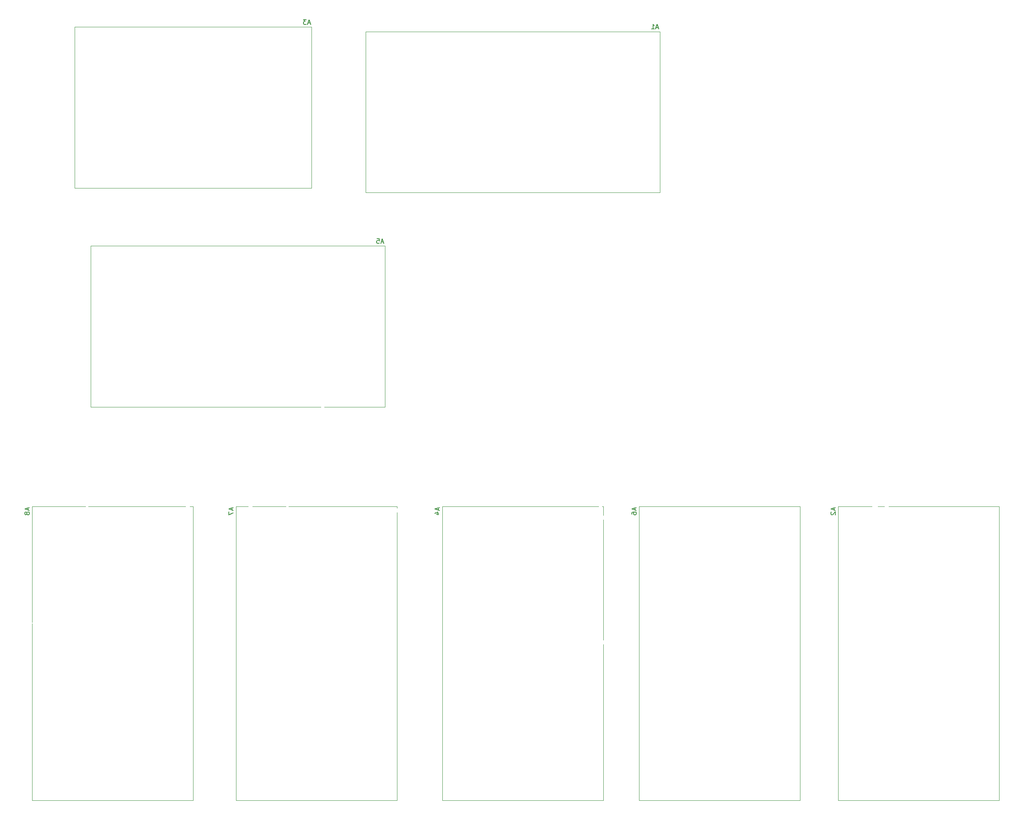
<source format=gbo>
G04 #@! TF.GenerationSoftware,KiCad,Pcbnew,8.0.2*
G04 #@! TF.CreationDate,2024-05-16T19:18:52+09:30*
G04 #@! TF.ProjectId,Motherboard 2024,4d6f7468-6572-4626-9f61-726420323032,rev?*
G04 #@! TF.SameCoordinates,Original*
G04 #@! TF.FileFunction,Legend,Bot*
G04 #@! TF.FilePolarity,Positive*
%FSLAX46Y46*%
G04 Gerber Fmt 4.6, Leading zero omitted, Abs format (unit mm)*
G04 Created by KiCad (PCBNEW 8.0.2) date 2024-05-16 19:18:52*
%MOMM*%
%LPD*%
G01*
G04 APERTURE LIST*
%ADD10C,0.150000*%
%ADD11C,0.120000*%
%ADD12C,2.410000*%
%ADD13C,3.200000*%
%ADD14R,1.700000X1.700000*%
%ADD15O,1.700000X1.700000*%
%ADD16C,2.000000*%
%ADD17C,2.500000*%
%ADD18C,1.250000*%
%ADD19C,0.800000*%
G04 APERTURE END LIST*
D10*
X269289885Y-51168704D02*
X268813695Y-51168704D01*
X269385123Y-51454419D02*
X269051790Y-50454419D01*
X269051790Y-50454419D02*
X268718457Y-51454419D01*
X267861314Y-51454419D02*
X268432742Y-51454419D01*
X268147028Y-51454419D02*
X268147028Y-50454419D01*
X268147028Y-50454419D02*
X268242266Y-50597276D01*
X268242266Y-50597276D02*
X268337504Y-50692514D01*
X268337504Y-50692514D02*
X268432742Y-50740133D01*
X222853955Y-152587352D02*
X222853955Y-153063542D01*
X223139670Y-152492114D02*
X222139670Y-152825447D01*
X222139670Y-152825447D02*
X223139670Y-153158780D01*
X222473003Y-153920685D02*
X223139670Y-153920685D01*
X222092051Y-153682590D02*
X222806336Y-153444495D01*
X222806336Y-153444495D02*
X222806336Y-154063542D01*
X136353955Y-152587352D02*
X136353955Y-153063542D01*
X136639670Y-152492114D02*
X135639670Y-152825447D01*
X135639670Y-152825447D02*
X136639670Y-153158780D01*
X136068241Y-153634971D02*
X136020622Y-153539733D01*
X136020622Y-153539733D02*
X135973003Y-153492114D01*
X135973003Y-153492114D02*
X135877765Y-153444495D01*
X135877765Y-153444495D02*
X135830146Y-153444495D01*
X135830146Y-153444495D02*
X135734908Y-153492114D01*
X135734908Y-153492114D02*
X135687289Y-153539733D01*
X135687289Y-153539733D02*
X135639670Y-153634971D01*
X135639670Y-153634971D02*
X135639670Y-153825447D01*
X135639670Y-153825447D02*
X135687289Y-153920685D01*
X135687289Y-153920685D02*
X135734908Y-153968304D01*
X135734908Y-153968304D02*
X135830146Y-154015923D01*
X135830146Y-154015923D02*
X135877765Y-154015923D01*
X135877765Y-154015923D02*
X135973003Y-153968304D01*
X135973003Y-153968304D02*
X136020622Y-153920685D01*
X136020622Y-153920685D02*
X136068241Y-153825447D01*
X136068241Y-153825447D02*
X136068241Y-153634971D01*
X136068241Y-153634971D02*
X136115860Y-153539733D01*
X136115860Y-153539733D02*
X136163479Y-153492114D01*
X136163479Y-153492114D02*
X136258717Y-153444495D01*
X136258717Y-153444495D02*
X136449193Y-153444495D01*
X136449193Y-153444495D02*
X136544431Y-153492114D01*
X136544431Y-153492114D02*
X136592051Y-153539733D01*
X136592051Y-153539733D02*
X136639670Y-153634971D01*
X136639670Y-153634971D02*
X136639670Y-153825447D01*
X136639670Y-153825447D02*
X136592051Y-153920685D01*
X136592051Y-153920685D02*
X136544431Y-153968304D01*
X136544431Y-153968304D02*
X136449193Y-154015923D01*
X136449193Y-154015923D02*
X136258717Y-154015923D01*
X136258717Y-154015923D02*
X136163479Y-153968304D01*
X136163479Y-153968304D02*
X136115860Y-153920685D01*
X136115860Y-153920685D02*
X136068241Y-153825447D01*
X264363848Y-152587249D02*
X264363848Y-153063439D01*
X264649563Y-152492011D02*
X263649563Y-152825344D01*
X263649563Y-152825344D02*
X264649563Y-153158677D01*
X263649563Y-153920582D02*
X263649563Y-153730106D01*
X263649563Y-153730106D02*
X263697182Y-153634868D01*
X263697182Y-153634868D02*
X263744801Y-153587249D01*
X263744801Y-153587249D02*
X263887658Y-153492011D01*
X263887658Y-153492011D02*
X264078134Y-153444392D01*
X264078134Y-153444392D02*
X264459086Y-153444392D01*
X264459086Y-153444392D02*
X264554324Y-153492011D01*
X264554324Y-153492011D02*
X264601944Y-153539630D01*
X264601944Y-153539630D02*
X264649563Y-153634868D01*
X264649563Y-153634868D02*
X264649563Y-153825344D01*
X264649563Y-153825344D02*
X264601944Y-153920582D01*
X264601944Y-153920582D02*
X264554324Y-153968201D01*
X264554324Y-153968201D02*
X264459086Y-154015820D01*
X264459086Y-154015820D02*
X264220991Y-154015820D01*
X264220991Y-154015820D02*
X264125753Y-153968201D01*
X264125753Y-153968201D02*
X264078134Y-153920582D01*
X264078134Y-153920582D02*
X264030515Y-153825344D01*
X264030515Y-153825344D02*
X264030515Y-153634868D01*
X264030515Y-153634868D02*
X264078134Y-153539630D01*
X264078134Y-153539630D02*
X264125753Y-153492011D01*
X264125753Y-153492011D02*
X264220991Y-153444392D01*
X179353955Y-152587352D02*
X179353955Y-153063542D01*
X179639670Y-152492114D02*
X178639670Y-152825447D01*
X178639670Y-152825447D02*
X179639670Y-153158780D01*
X178639670Y-153396876D02*
X178639670Y-154063542D01*
X178639670Y-154063542D02*
X179639670Y-153634971D01*
X195856285Y-50203504D02*
X195380095Y-50203504D01*
X195951523Y-50489219D02*
X195618190Y-49489219D01*
X195618190Y-49489219D02*
X195284857Y-50489219D01*
X195046761Y-49489219D02*
X194427714Y-49489219D01*
X194427714Y-49489219D02*
X194761047Y-49870171D01*
X194761047Y-49870171D02*
X194618190Y-49870171D01*
X194618190Y-49870171D02*
X194522952Y-49917790D01*
X194522952Y-49917790D02*
X194475333Y-49965409D01*
X194475333Y-49965409D02*
X194427714Y-50060647D01*
X194427714Y-50060647D02*
X194427714Y-50298742D01*
X194427714Y-50298742D02*
X194475333Y-50393980D01*
X194475333Y-50393980D02*
X194522952Y-50441600D01*
X194522952Y-50441600D02*
X194618190Y-50489219D01*
X194618190Y-50489219D02*
X194903904Y-50489219D01*
X194903904Y-50489219D02*
X194999142Y-50441600D01*
X194999142Y-50441600D02*
X195046761Y-50393980D01*
X306363848Y-152587249D02*
X306363848Y-153063439D01*
X306649563Y-152492011D02*
X305649563Y-152825344D01*
X305649563Y-152825344D02*
X306649563Y-153158677D01*
X305744801Y-153444392D02*
X305697182Y-153492011D01*
X305697182Y-153492011D02*
X305649563Y-153587249D01*
X305649563Y-153587249D02*
X305649563Y-153825344D01*
X305649563Y-153825344D02*
X305697182Y-153920582D01*
X305697182Y-153920582D02*
X305744801Y-153968201D01*
X305744801Y-153968201D02*
X305840039Y-154015820D01*
X305840039Y-154015820D02*
X305935277Y-154015820D01*
X305935277Y-154015820D02*
X306078134Y-153968201D01*
X306078134Y-153968201D02*
X306649563Y-153396773D01*
X306649563Y-153396773D02*
X306649563Y-154015820D01*
X211302685Y-96431504D02*
X210826495Y-96431504D01*
X211397923Y-96717219D02*
X211064590Y-95717219D01*
X211064590Y-95717219D02*
X210731257Y-96717219D01*
X209921733Y-95717219D02*
X210397923Y-95717219D01*
X210397923Y-95717219D02*
X210445542Y-96193409D01*
X210445542Y-96193409D02*
X210397923Y-96145790D01*
X210397923Y-96145790D02*
X210302685Y-96098171D01*
X210302685Y-96098171D02*
X210064590Y-96098171D01*
X210064590Y-96098171D02*
X209969352Y-96145790D01*
X209969352Y-96145790D02*
X209921733Y-96193409D01*
X209921733Y-96193409D02*
X209874114Y-96288647D01*
X209874114Y-96288647D02*
X209874114Y-96526742D01*
X209874114Y-96526742D02*
X209921733Y-96621980D01*
X209921733Y-96621980D02*
X209969352Y-96669600D01*
X209969352Y-96669600D02*
X210064590Y-96717219D01*
X210064590Y-96717219D02*
X210302685Y-96717219D01*
X210302685Y-96717219D02*
X210397923Y-96669600D01*
X210397923Y-96669600D02*
X210445542Y-96621980D01*
D11*
X207575600Y-51999600D02*
X207575600Y-85999600D01*
X207575600Y-85999600D02*
X269575600Y-85999600D01*
X269575600Y-51999600D02*
X207575600Y-51999600D01*
X269575600Y-85999600D02*
X269575600Y-51999600D01*
X223684851Y-152301638D02*
X223684851Y-214301638D01*
X223684851Y-214301638D02*
X257684851Y-214301638D01*
X257684851Y-152301638D02*
X223684851Y-152301638D01*
X257684851Y-214301638D02*
X257684851Y-152301638D01*
X137184851Y-152301638D02*
X137184851Y-214301638D01*
X137184851Y-214301638D02*
X171184851Y-214301638D01*
X171184851Y-152301638D02*
X137184851Y-152301638D01*
X171184851Y-214301638D02*
X171184851Y-152301638D01*
X265194744Y-152301535D02*
X265194744Y-214301535D01*
X265194744Y-214301535D02*
X299194744Y-214301535D01*
X299194744Y-152301535D02*
X265194744Y-152301535D01*
X299194744Y-214301535D02*
X299194744Y-152301535D01*
X180184851Y-152301638D02*
X180184851Y-214301638D01*
X180184851Y-214301638D02*
X214184851Y-214301638D01*
X214184851Y-152301638D02*
X180184851Y-152301638D01*
X214184851Y-214301638D02*
X214184851Y-152301638D01*
X146142000Y-51034400D02*
X146142000Y-85034400D01*
X146142000Y-85034400D02*
X196142000Y-85034400D01*
X196142000Y-51034400D02*
X146142000Y-51034400D01*
X196142000Y-85034400D02*
X196142000Y-51034400D01*
X307194744Y-152301535D02*
X307194744Y-214301535D01*
X307194744Y-214301535D02*
X341194744Y-214301535D01*
X341194744Y-152301535D02*
X307194744Y-152301535D01*
X341194744Y-214301535D02*
X341194744Y-152301535D01*
X149588400Y-97262400D02*
X149588400Y-131262400D01*
X149588400Y-131262400D02*
X211588400Y-131262400D01*
X211588400Y-97262400D02*
X149588400Y-97262400D01*
X211588400Y-131262400D02*
X211588400Y-97262400D01*
%LPC*%
D12*
X278207200Y-72014600D03*
X270907200Y-72014600D03*
X303249600Y-194380000D03*
X303249600Y-175080000D03*
X296207200Y-72014600D03*
X288907200Y-72014600D03*
X296207200Y-120014600D03*
X288907200Y-120014600D03*
X278207200Y-60014600D03*
X270907200Y-60014600D03*
X205427600Y-75215000D03*
X198127600Y-75215000D03*
D13*
X141189848Y-43306639D03*
D12*
X342849200Y-104140000D03*
X335549200Y-104140000D03*
X333910000Y-71740800D03*
X326610000Y-71740800D03*
X333910000Y-59740800D03*
X326610000Y-59740800D03*
X296207200Y-108014600D03*
X288907200Y-108014600D03*
X296207200Y-96014600D03*
X288907200Y-96014600D03*
D14*
X291079000Y-42164000D03*
D15*
X293619000Y-42164000D03*
D12*
X311708800Y-112031150D03*
X311708800Y-95731150D03*
D13*
X141184851Y-220301638D03*
D12*
X341419200Y-144506200D03*
X334119200Y-144506200D03*
D13*
X241184851Y-220301638D03*
D12*
X296207200Y-60014600D03*
X288907200Y-60014600D03*
X341680800Y-131267200D03*
X334380800Y-131267200D03*
X343173200Y-89983200D03*
X335873200Y-89983200D03*
D14*
X313944000Y-49276000D03*
D15*
X311404000Y-49276000D03*
D12*
X315910000Y-59740800D03*
X308610000Y-59740800D03*
X303554400Y-168014800D03*
X303554400Y-145714800D03*
D14*
X311399000Y-42418000D03*
D15*
X313939000Y-42418000D03*
D12*
X205604000Y-60374400D03*
X198304000Y-60374400D03*
D13*
X241184851Y-117301638D03*
D12*
X216514000Y-45618400D03*
X209214000Y-45618400D03*
X315910000Y-83740800D03*
X308610000Y-83740800D03*
X296207200Y-132014600D03*
X288907200Y-132014600D03*
D13*
X241189848Y-43306639D03*
D12*
X315910000Y-71740800D03*
X308610000Y-71740800D03*
X296207200Y-84014600D03*
X288907200Y-84014600D03*
D13*
X141184851Y-117301638D03*
D12*
X195514000Y-45618400D03*
X188214000Y-45618400D03*
D13*
X341189908Y-43306581D03*
D14*
X293578200Y-48260000D03*
D15*
X291038200Y-48260000D03*
D13*
X341194744Y-220301535D03*
X341194744Y-117301535D03*
D16*
X263775600Y-76299600D03*
X262275600Y-58199600D03*
X214875600Y-58199600D03*
X213375600Y-76299600D03*
D17*
X252575600Y-64999600D03*
X248575600Y-64999600D03*
X244575600Y-64999600D03*
X240575600Y-64999600D03*
X236575600Y-64999600D03*
X232575600Y-64999600D03*
X228575600Y-64999600D03*
X224575600Y-64999600D03*
X250575600Y-68999600D03*
X246575600Y-68999600D03*
X242575600Y-68999600D03*
X238575600Y-68999600D03*
X234575600Y-68999600D03*
X230575600Y-68999600D03*
X226575600Y-68999600D03*
X252575600Y-72999600D03*
X248575600Y-72999600D03*
X244575600Y-72999600D03*
X240575600Y-72999600D03*
X236575600Y-72999600D03*
X232575600Y-72999600D03*
X228575600Y-72999600D03*
X224575600Y-72999600D03*
D16*
X247984851Y-158101638D03*
X229884851Y-159601638D03*
X229884851Y-207001638D03*
X247984851Y-208501638D03*
D17*
X236684851Y-169301638D03*
X236684851Y-173301638D03*
X236684851Y-177301638D03*
X236684851Y-181301638D03*
X236684851Y-185301638D03*
X236684851Y-189301638D03*
X236684851Y-193301638D03*
X236684851Y-197301638D03*
X240684851Y-171301638D03*
X240684851Y-175301638D03*
X240684851Y-179301638D03*
X240684851Y-183301638D03*
X240684851Y-187301638D03*
X240684851Y-191301638D03*
X240684851Y-195301638D03*
X244684851Y-169301638D03*
X244684851Y-173301638D03*
X244684851Y-177301638D03*
X244684851Y-181301638D03*
X244684851Y-185301638D03*
X244684851Y-189301638D03*
X244684851Y-193301638D03*
X244684851Y-197301638D03*
D16*
X161484851Y-158101638D03*
X143384851Y-159601638D03*
X143384851Y-207001638D03*
X161484851Y-208501638D03*
D17*
X150184851Y-169301638D03*
X150184851Y-173301638D03*
X150184851Y-177301638D03*
X150184851Y-181301638D03*
X150184851Y-185301638D03*
X150184851Y-189301638D03*
X150184851Y-193301638D03*
X150184851Y-197301638D03*
X154184851Y-171301638D03*
X154184851Y-175301638D03*
X154184851Y-179301638D03*
X154184851Y-183301638D03*
X154184851Y-187301638D03*
X154184851Y-191301638D03*
X154184851Y-195301638D03*
X158184851Y-169301638D03*
X158184851Y-173301638D03*
X158184851Y-177301638D03*
X158184851Y-181301638D03*
X158184851Y-185301638D03*
X158184851Y-189301638D03*
X158184851Y-193301638D03*
X158184851Y-197301638D03*
D16*
X289494744Y-158101535D03*
X271394744Y-159601535D03*
X271394744Y-207001535D03*
X289494744Y-208501535D03*
D17*
X278194744Y-169301535D03*
X278194744Y-173301535D03*
X278194744Y-177301535D03*
X278194744Y-181301535D03*
X278194744Y-185301535D03*
X278194744Y-189301535D03*
X278194744Y-193301535D03*
X278194744Y-197301535D03*
X282194744Y-171301535D03*
X282194744Y-175301535D03*
X282194744Y-179301535D03*
X282194744Y-183301535D03*
X282194744Y-187301535D03*
X282194744Y-191301535D03*
X282194744Y-195301535D03*
X286194744Y-169301535D03*
X286194744Y-173301535D03*
X286194744Y-177301535D03*
X286194744Y-181301535D03*
X286194744Y-185301535D03*
X286194744Y-189301535D03*
X286194744Y-193301535D03*
X286194744Y-197301535D03*
D16*
X204484851Y-158101638D03*
X186384851Y-159601638D03*
X186384851Y-207001638D03*
X204484851Y-208501638D03*
D17*
X193184851Y-169301638D03*
X193184851Y-173301638D03*
X193184851Y-177301638D03*
X193184851Y-181301638D03*
X193184851Y-185301638D03*
X193184851Y-189301638D03*
X193184851Y-193301638D03*
X193184851Y-197301638D03*
X197184851Y-171301638D03*
X197184851Y-175301638D03*
X197184851Y-179301638D03*
X197184851Y-183301638D03*
X197184851Y-187301638D03*
X197184851Y-191301638D03*
X197184851Y-195301638D03*
X201184851Y-169301638D03*
X201184851Y-173301638D03*
X201184851Y-177301638D03*
X201184851Y-181301638D03*
X201184851Y-185301638D03*
X201184851Y-189301638D03*
X201184851Y-193301638D03*
X201184851Y-197301638D03*
D16*
X190342000Y-75334400D03*
X188842000Y-57234400D03*
X153442000Y-57234400D03*
X151942000Y-75334400D03*
D17*
X179142000Y-64034400D03*
X175142000Y-64034400D03*
X171142000Y-64034400D03*
X167142000Y-64034400D03*
X163142000Y-64034400D03*
X177142000Y-68034400D03*
X173142000Y-68034400D03*
X169142000Y-68034400D03*
X165142000Y-68034400D03*
X179142000Y-72034400D03*
X175142000Y-72034400D03*
X171142000Y-72034400D03*
X167142000Y-72034400D03*
X163142000Y-72034400D03*
D16*
X331494744Y-158101535D03*
X313394744Y-159601535D03*
X313394744Y-207001535D03*
X331494744Y-208501535D03*
D17*
X320194744Y-169301535D03*
X320194744Y-173301535D03*
X320194744Y-177301535D03*
X320194744Y-181301535D03*
X320194744Y-185301535D03*
X320194744Y-189301535D03*
X320194744Y-193301535D03*
X320194744Y-197301535D03*
X324194744Y-171301535D03*
X324194744Y-175301535D03*
X324194744Y-179301535D03*
X324194744Y-183301535D03*
X324194744Y-187301535D03*
X324194744Y-191301535D03*
X324194744Y-195301535D03*
X328194744Y-169301535D03*
X328194744Y-173301535D03*
X328194744Y-177301535D03*
X328194744Y-181301535D03*
X328194744Y-185301535D03*
X328194744Y-189301535D03*
X328194744Y-193301535D03*
X328194744Y-197301535D03*
D16*
X205788400Y-121562400D03*
X204288400Y-103462400D03*
X156888400Y-103462400D03*
X155388400Y-121562400D03*
D17*
X194588400Y-110262400D03*
X190588400Y-110262400D03*
X186588400Y-110262400D03*
X182588400Y-110262400D03*
X178588400Y-110262400D03*
X174588400Y-110262400D03*
X170588400Y-110262400D03*
X166588400Y-110262400D03*
X192588400Y-114262400D03*
X188588400Y-114262400D03*
X184588400Y-114262400D03*
X180588400Y-114262400D03*
X176588400Y-114262400D03*
X172588400Y-114262400D03*
X168588400Y-114262400D03*
X194588400Y-118262400D03*
X190588400Y-118262400D03*
X186588400Y-118262400D03*
X182588400Y-118262400D03*
X178588400Y-118262400D03*
X174588400Y-118262400D03*
X170588400Y-118262400D03*
X166588400Y-118262400D03*
D18*
X199237600Y-46685200D03*
X187858400Y-50038000D03*
X191668400Y-50088800D03*
D19*
X305206400Y-64008000D03*
X303834800Y-62749700D03*
X302666400Y-61620400D03*
X268630400Y-189484000D03*
X268376400Y-204368400D03*
X189433200Y-204622400D03*
X220776800Y-97129600D03*
X267817600Y-97981500D03*
X189252900Y-189738000D03*
X218490800Y-80501500D03*
X245821200Y-79908400D03*
X276402800Y-203098400D03*
X274777200Y-97282000D03*
X244043200Y-97180400D03*
X195326000Y-203922900D03*
X233629200Y-79044800D03*
X151942800Y-79502000D03*
X320294000Y-134772400D03*
X150114000Y-128355100D03*
D18*
X314960000Y-152450800D03*
X152349200Y-147878800D03*
X315112400Y-150469600D03*
X317449200Y-152755600D03*
X152400000Y-149504400D03*
X317550800Y-150469600D03*
X316992000Y-177495200D03*
X317093600Y-175209200D03*
X314502800Y-177190400D03*
X154838400Y-149758400D03*
X314655200Y-175209200D03*
X154787600Y-147878800D03*
D19*
X312572400Y-184962800D03*
X147335351Y-153558190D03*
X311505600Y-155854400D03*
X198526400Y-131216400D03*
X310184800Y-135432800D03*
X312216800Y-188874400D03*
X293014400Y-136314700D03*
X293370000Y-192176400D03*
X170383200Y-129354600D03*
X293065200Y-197053200D03*
X292014897Y-136714700D03*
X172923200Y-129754600D03*
X287907088Y-138314700D03*
X290670500Y-178054000D03*
X175615600Y-130154600D03*
X322224400Y-179070000D03*
X291070500Y-179527200D03*
X177800000Y-130154600D03*
X288834433Y-137914700D03*
X289833681Y-137702288D03*
X291470500Y-183438800D03*
X180187600Y-130154600D03*
X291870500Y-190500000D03*
X290728400Y-137114700D03*
X183337200Y-130154600D03*
X292181852Y-197520855D03*
X292049200Y-156634700D03*
X188173596Y-155195504D03*
X321194244Y-167081200D03*
X319452377Y-133315700D03*
X191617600Y-124956600D03*
X193751200Y-132155100D03*
X329641200Y-135686800D03*
X145694400Y-54491900D03*
X166878000Y-54914800D03*
X256399300Y-182829200D03*
X201269600Y-129692400D03*
X256286000Y-130860800D03*
X219862400Y-62839600D03*
X296722800Y-162814000D03*
X236931200Y-163220400D03*
X301091600Y-148082000D03*
X312775600Y-147969300D03*
X235153200Y-147777200D03*
X300888400Y-182880000D03*
X322275200Y-160477200D03*
X301694600Y-162763200D03*
X203860400Y-128755100D03*
X244684851Y-163982400D03*
X294069500Y-163880800D03*
X244602000Y-128473200D03*
X300685200Y-180451035D03*
X294069500Y-180451035D03*
X190957200Y-98755200D03*
X221792800Y-153162500D03*
X232460800Y-153127200D03*
X232105200Y-98083100D03*
X245384851Y-153263600D03*
X245384851Y-130048000D03*
X222148400Y-129032000D03*
X247534851Y-178451638D03*
X219448186Y-63839600D03*
X219884851Y-110286800D03*
X343052400Y-138887200D03*
X334326500Y-139547600D03*
X191871600Y-147218400D03*
X330444244Y-146570300D03*
X197205600Y-144068800D03*
X176631600Y-145471300D03*
X174244000Y-145871300D03*
X192278000Y-144119600D03*
X194665600Y-144322800D03*
X171704000Y-146151600D03*
X169078900Y-146050000D03*
X199745600Y-144932400D03*
X166471600Y-146913600D03*
X204978000Y-145377700D03*
X182880000Y-123956100D03*
X188089708Y-123963700D03*
X307898800Y-210058000D03*
X184861200Y-211041300D03*
X295503600Y-104343200D03*
X294069500Y-159766000D03*
X314096400Y-104140000D03*
X294057200Y-123240800D03*
X305580100Y-129133600D03*
X295402000Y-68326000D03*
X305511200Y-159969200D03*
X294469500Y-175463200D03*
X295656000Y-128778000D03*
X301244000Y-160020000D03*
X277876000Y-68580000D03*
X301447200Y-158242000D03*
X292303200Y-105206800D03*
X288087335Y-160679865D03*
X274320000Y-67919600D03*
X294069500Y-158496000D03*
X289001200Y-67880500D03*
X314252285Y-105127272D03*
X291057200Y-123309433D03*
X307136800Y-111607600D03*
X305663600Y-123709433D03*
X314096400Y-109931200D03*
X309321200Y-111607600D03*
X315061600Y-56286400D03*
X321005200Y-55981600D03*
X227126800Y-48158400D03*
X330504800Y-56032400D03*
X319379600Y-45770800D03*
X310760000Y-77216000D03*
X327609200Y-54660800D03*
X307695600Y-124104400D03*
X311861200Y-54406800D03*
X275792700Y-137566400D03*
X165658800Y-129794000D03*
X231140000Y-125905300D03*
X332943200Y-125108933D03*
X335635600Y-125109433D03*
X259304522Y-126108933D03*
X258775200Y-127558800D03*
X141630400Y-127355600D03*
X225653600Y-127609600D03*
X259029200Y-180302035D03*
X346151200Y-126441200D03*
X337362800Y-143459200D03*
X275793200Y-180302035D03*
X325628000Y-141224000D03*
X190652400Y-182118000D03*
X334822800Y-86563200D03*
X269025100Y-87122000D03*
X269025100Y-186957378D03*
X205300334Y-201816164D03*
X284429200Y-201654500D03*
X289345100Y-201472800D03*
X204879817Y-202722900D03*
X203657200Y-203122900D03*
X288290000Y-202742800D03*
X285191200Y-203454000D03*
X201371200Y-203522900D03*
X183286400Y-152247600D03*
X191008000Y-152654500D03*
X189839600Y-128355100D03*
X213817200Y-128422400D03*
X136656600Y-168910000D03*
X170552100Y-52492900D03*
X138176000Y-52492900D03*
X148793200Y-152654000D03*
X170078400Y-152247600D03*
X138176000Y-53492400D03*
X178968400Y-53797200D03*
X137656100Y-176923969D03*
X222808800Y-126356100D03*
X140974093Y-126597693D03*
X140411200Y-125476000D03*
X187655200Y-125356600D03*
X140575517Y-124356600D03*
X209550000Y-125356600D03*
X210820000Y-153162000D03*
X154533600Y-153653500D03*
X282894244Y-157035200D03*
X283819600Y-161814500D03*
X294640000Y-161696400D03*
X174294800Y-155053500D03*
X163830000Y-211785200D03*
X154889200Y-137210800D03*
X163576000Y-136906000D03*
X298094400Y-212140800D03*
X305155600Y-120853200D03*
X162842120Y-211937182D03*
X312775600Y-120396000D03*
X299669200Y-212648800D03*
X148183600Y-137363200D03*
X163130500Y-137869038D03*
X296381371Y-211041300D03*
X216001600Y-211023200D03*
X331876400Y-147015200D03*
X204266800Y-147523200D03*
D18*
X201320400Y-90881200D03*
X199034400Y-90881200D03*
X158648400Y-93370400D03*
X160985200Y-91084400D03*
X160934400Y-93421200D03*
X198983600Y-93167200D03*
X201269600Y-93218000D03*
X158699200Y-91084400D03*
D19*
X319481200Y-211632800D03*
X297359962Y-211441300D03*
X152704800Y-136753600D03*
X164536755Y-211078445D03*
X163749699Y-135921706D03*
X281889200Y-134377900D03*
X206145397Y-132383797D03*
X190335351Y-154274100D03*
X257798300Y-181000400D03*
X223266000Y-154127200D03*
X257798300Y-154635200D03*
X257048000Y-152552400D03*
X214122000Y-153162500D03*
X257098800Y-196951600D03*
%LPD*%
M02*

</source>
